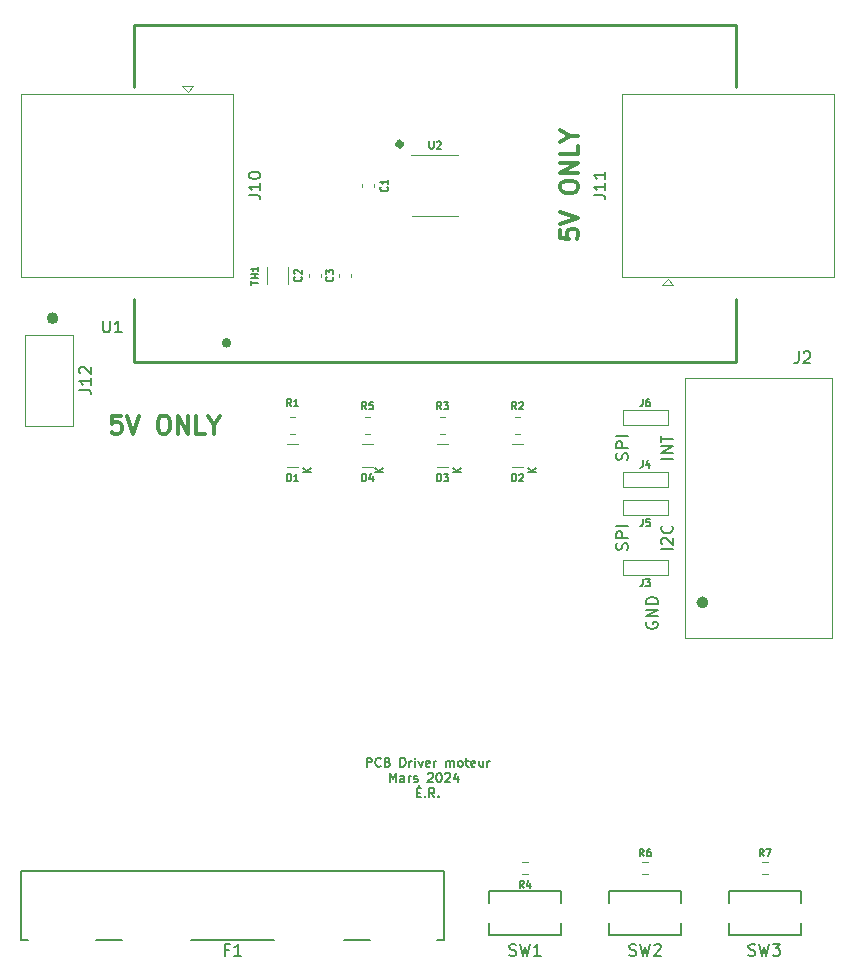
<source format=gto>
G04 #@! TF.GenerationSoftware,KiCad,Pcbnew,(5.1.9)-1*
G04 #@! TF.CreationDate,2024-04-03T19:01:00-04:00*
G04 #@! TF.ProjectId,Shield Drive Moteur DC,53686965-6c64-4204-9472-697665204d6f,rev?*
G04 #@! TF.SameCoordinates,Original*
G04 #@! TF.FileFunction,Legend,Top*
G04 #@! TF.FilePolarity,Positive*
%FSLAX46Y46*%
G04 Gerber Fmt 4.6, Leading zero omitted, Abs format (unit mm)*
G04 Created by KiCad (PCBNEW (5.1.9)-1) date 2024-04-03 19:01:00*
%MOMM*%
%LPD*%
G01*
G04 APERTURE LIST*
%ADD10C,0.304800*%
%ADD11C,0.152400*%
%ADD12C,0.150000*%
%ADD13C,0.203200*%
%ADD14C,0.228600*%
%ADD15C,0.400000*%
%ADD16C,0.250000*%
%ADD17C,0.127000*%
%ADD18C,0.120000*%
%ADD19C,0.508000*%
%ADD20C,0.500000*%
G04 APERTURE END LIST*
D10*
X161362571Y-91240428D02*
X160636857Y-91240428D01*
X160564285Y-91966142D01*
X160636857Y-91893571D01*
X160782000Y-91821000D01*
X161144857Y-91821000D01*
X161290000Y-91893571D01*
X161362571Y-91966142D01*
X161435142Y-92111285D01*
X161435142Y-92474142D01*
X161362571Y-92619285D01*
X161290000Y-92691857D01*
X161144857Y-92764428D01*
X160782000Y-92764428D01*
X160636857Y-92691857D01*
X160564285Y-92619285D01*
X161870571Y-91240428D02*
X162378571Y-92764428D01*
X162886571Y-91240428D01*
X164846000Y-91240428D02*
X165136285Y-91240428D01*
X165281428Y-91313000D01*
X165426571Y-91458142D01*
X165499142Y-91748428D01*
X165499142Y-92256428D01*
X165426571Y-92546714D01*
X165281428Y-92691857D01*
X165136285Y-92764428D01*
X164846000Y-92764428D01*
X164700857Y-92691857D01*
X164555714Y-92546714D01*
X164483142Y-92256428D01*
X164483142Y-91748428D01*
X164555714Y-91458142D01*
X164700857Y-91313000D01*
X164846000Y-91240428D01*
X166152285Y-92764428D02*
X166152285Y-91240428D01*
X167023142Y-92764428D01*
X167023142Y-91240428D01*
X168474571Y-92764428D02*
X167748857Y-92764428D01*
X167748857Y-91240428D01*
X169272857Y-92038714D02*
X169272857Y-92764428D01*
X168764857Y-91240428D02*
X169272857Y-92038714D01*
X169780857Y-91240428D01*
D11*
X182154285Y-120969314D02*
X182154285Y-120207314D01*
X182444571Y-120207314D01*
X182517142Y-120243600D01*
X182553428Y-120279885D01*
X182589714Y-120352457D01*
X182589714Y-120461314D01*
X182553428Y-120533885D01*
X182517142Y-120570171D01*
X182444571Y-120606457D01*
X182154285Y-120606457D01*
X183351714Y-120896742D02*
X183315428Y-120933028D01*
X183206571Y-120969314D01*
X183134000Y-120969314D01*
X183025142Y-120933028D01*
X182952571Y-120860457D01*
X182916285Y-120787885D01*
X182880000Y-120642742D01*
X182880000Y-120533885D01*
X182916285Y-120388742D01*
X182952571Y-120316171D01*
X183025142Y-120243600D01*
X183134000Y-120207314D01*
X183206571Y-120207314D01*
X183315428Y-120243600D01*
X183351714Y-120279885D01*
X183932285Y-120570171D02*
X184041142Y-120606457D01*
X184077428Y-120642742D01*
X184113714Y-120715314D01*
X184113714Y-120824171D01*
X184077428Y-120896742D01*
X184041142Y-120933028D01*
X183968571Y-120969314D01*
X183678285Y-120969314D01*
X183678285Y-120207314D01*
X183932285Y-120207314D01*
X184004857Y-120243600D01*
X184041142Y-120279885D01*
X184077428Y-120352457D01*
X184077428Y-120425028D01*
X184041142Y-120497600D01*
X184004857Y-120533885D01*
X183932285Y-120570171D01*
X183678285Y-120570171D01*
X185020857Y-120969314D02*
X185020857Y-120207314D01*
X185202285Y-120207314D01*
X185311142Y-120243600D01*
X185383714Y-120316171D01*
X185420000Y-120388742D01*
X185456285Y-120533885D01*
X185456285Y-120642742D01*
X185420000Y-120787885D01*
X185383714Y-120860457D01*
X185311142Y-120933028D01*
X185202285Y-120969314D01*
X185020857Y-120969314D01*
X185782857Y-120969314D02*
X185782857Y-120461314D01*
X185782857Y-120606457D02*
X185819142Y-120533885D01*
X185855428Y-120497600D01*
X185928000Y-120461314D01*
X186000571Y-120461314D01*
X186254571Y-120969314D02*
X186254571Y-120461314D01*
X186254571Y-120207314D02*
X186218285Y-120243600D01*
X186254571Y-120279885D01*
X186290857Y-120243600D01*
X186254571Y-120207314D01*
X186254571Y-120279885D01*
X186544857Y-120461314D02*
X186726285Y-120969314D01*
X186907714Y-120461314D01*
X187488285Y-120933028D02*
X187415714Y-120969314D01*
X187270571Y-120969314D01*
X187198000Y-120933028D01*
X187161714Y-120860457D01*
X187161714Y-120570171D01*
X187198000Y-120497600D01*
X187270571Y-120461314D01*
X187415714Y-120461314D01*
X187488285Y-120497600D01*
X187524571Y-120570171D01*
X187524571Y-120642742D01*
X187161714Y-120715314D01*
X187851142Y-120969314D02*
X187851142Y-120461314D01*
X187851142Y-120606457D02*
X187887428Y-120533885D01*
X187923714Y-120497600D01*
X187996285Y-120461314D01*
X188068857Y-120461314D01*
X188903428Y-120969314D02*
X188903428Y-120461314D01*
X188903428Y-120533885D02*
X188939714Y-120497600D01*
X189012285Y-120461314D01*
X189121142Y-120461314D01*
X189193714Y-120497600D01*
X189230000Y-120570171D01*
X189230000Y-120969314D01*
X189230000Y-120570171D02*
X189266285Y-120497600D01*
X189338857Y-120461314D01*
X189447714Y-120461314D01*
X189520285Y-120497600D01*
X189556571Y-120570171D01*
X189556571Y-120969314D01*
X190028285Y-120969314D02*
X189955714Y-120933028D01*
X189919428Y-120896742D01*
X189883142Y-120824171D01*
X189883142Y-120606457D01*
X189919428Y-120533885D01*
X189955714Y-120497600D01*
X190028285Y-120461314D01*
X190137142Y-120461314D01*
X190209714Y-120497600D01*
X190246000Y-120533885D01*
X190282285Y-120606457D01*
X190282285Y-120824171D01*
X190246000Y-120896742D01*
X190209714Y-120933028D01*
X190137142Y-120969314D01*
X190028285Y-120969314D01*
X190500000Y-120461314D02*
X190790285Y-120461314D01*
X190608857Y-120207314D02*
X190608857Y-120860457D01*
X190645142Y-120933028D01*
X190717714Y-120969314D01*
X190790285Y-120969314D01*
X191334571Y-120933028D02*
X191262000Y-120969314D01*
X191116857Y-120969314D01*
X191044285Y-120933028D01*
X191008000Y-120860457D01*
X191008000Y-120570171D01*
X191044285Y-120497600D01*
X191116857Y-120461314D01*
X191262000Y-120461314D01*
X191334571Y-120497600D01*
X191370857Y-120570171D01*
X191370857Y-120642742D01*
X191008000Y-120715314D01*
X192024000Y-120461314D02*
X192024000Y-120969314D01*
X191697428Y-120461314D02*
X191697428Y-120860457D01*
X191733714Y-120933028D01*
X191806285Y-120969314D01*
X191915142Y-120969314D01*
X191987714Y-120933028D01*
X192024000Y-120896742D01*
X192386857Y-120969314D02*
X192386857Y-120461314D01*
X192386857Y-120606457D02*
X192423142Y-120533885D01*
X192459428Y-120497600D01*
X192532000Y-120461314D01*
X192604571Y-120461314D01*
X184150000Y-122264714D02*
X184150000Y-121502714D01*
X184404000Y-122047000D01*
X184658000Y-121502714D01*
X184658000Y-122264714D01*
X185347428Y-122264714D02*
X185347428Y-121865571D01*
X185311142Y-121793000D01*
X185238571Y-121756714D01*
X185093428Y-121756714D01*
X185020857Y-121793000D01*
X185347428Y-122228428D02*
X185274857Y-122264714D01*
X185093428Y-122264714D01*
X185020857Y-122228428D01*
X184984571Y-122155857D01*
X184984571Y-122083285D01*
X185020857Y-122010714D01*
X185093428Y-121974428D01*
X185274857Y-121974428D01*
X185347428Y-121938142D01*
X185710285Y-122264714D02*
X185710285Y-121756714D01*
X185710285Y-121901857D02*
X185746571Y-121829285D01*
X185782857Y-121793000D01*
X185855428Y-121756714D01*
X185928000Y-121756714D01*
X186145714Y-122228428D02*
X186218285Y-122264714D01*
X186363428Y-122264714D01*
X186436000Y-122228428D01*
X186472285Y-122155857D01*
X186472285Y-122119571D01*
X186436000Y-122047000D01*
X186363428Y-122010714D01*
X186254571Y-122010714D01*
X186182000Y-121974428D01*
X186145714Y-121901857D01*
X186145714Y-121865571D01*
X186182000Y-121793000D01*
X186254571Y-121756714D01*
X186363428Y-121756714D01*
X186436000Y-121793000D01*
X187343142Y-121575285D02*
X187379428Y-121539000D01*
X187452000Y-121502714D01*
X187633428Y-121502714D01*
X187706000Y-121539000D01*
X187742285Y-121575285D01*
X187778571Y-121647857D01*
X187778571Y-121720428D01*
X187742285Y-121829285D01*
X187306857Y-122264714D01*
X187778571Y-122264714D01*
X188250285Y-121502714D02*
X188322857Y-121502714D01*
X188395428Y-121539000D01*
X188431714Y-121575285D01*
X188468000Y-121647857D01*
X188504285Y-121793000D01*
X188504285Y-121974428D01*
X188468000Y-122119571D01*
X188431714Y-122192142D01*
X188395428Y-122228428D01*
X188322857Y-122264714D01*
X188250285Y-122264714D01*
X188177714Y-122228428D01*
X188141428Y-122192142D01*
X188105142Y-122119571D01*
X188068857Y-121974428D01*
X188068857Y-121793000D01*
X188105142Y-121647857D01*
X188141428Y-121575285D01*
X188177714Y-121539000D01*
X188250285Y-121502714D01*
X188794571Y-121575285D02*
X188830857Y-121539000D01*
X188903428Y-121502714D01*
X189084857Y-121502714D01*
X189157428Y-121539000D01*
X189193714Y-121575285D01*
X189230000Y-121647857D01*
X189230000Y-121720428D01*
X189193714Y-121829285D01*
X188758285Y-122264714D01*
X189230000Y-122264714D01*
X189883142Y-121756714D02*
X189883142Y-122264714D01*
X189701714Y-121466428D02*
X189520285Y-122010714D01*
X189992000Y-122010714D01*
X186417857Y-123160971D02*
X186671857Y-123160971D01*
X186780714Y-123560114D02*
X186417857Y-123560114D01*
X186417857Y-122798114D01*
X186780714Y-122798114D01*
X186671857Y-122507828D02*
X186563000Y-122616685D01*
X187107285Y-123487542D02*
X187143571Y-123523828D01*
X187107285Y-123560114D01*
X187071000Y-123523828D01*
X187107285Y-123487542D01*
X187107285Y-123560114D01*
X187905571Y-123560114D02*
X187651571Y-123197257D01*
X187470142Y-123560114D02*
X187470142Y-122798114D01*
X187760428Y-122798114D01*
X187833000Y-122834400D01*
X187869285Y-122870685D01*
X187905571Y-122943257D01*
X187905571Y-123052114D01*
X187869285Y-123124685D01*
X187833000Y-123160971D01*
X187760428Y-123197257D01*
X187470142Y-123197257D01*
X188232142Y-123487542D02*
X188268428Y-123523828D01*
X188232142Y-123560114D01*
X188195857Y-123523828D01*
X188232142Y-123487542D01*
X188232142Y-123560114D01*
D10*
X198555428Y-75492428D02*
X198555428Y-76218142D01*
X199281142Y-76290714D01*
X199208571Y-76218142D01*
X199136000Y-76073000D01*
X199136000Y-75710142D01*
X199208571Y-75565000D01*
X199281142Y-75492428D01*
X199426285Y-75419857D01*
X199789142Y-75419857D01*
X199934285Y-75492428D01*
X200006857Y-75565000D01*
X200079428Y-75710142D01*
X200079428Y-76073000D01*
X200006857Y-76218142D01*
X199934285Y-76290714D01*
X198555428Y-74984428D02*
X200079428Y-74476428D01*
X198555428Y-73968428D01*
X198555428Y-72009000D02*
X198555428Y-71718714D01*
X198628000Y-71573571D01*
X198773142Y-71428428D01*
X199063428Y-71355857D01*
X199571428Y-71355857D01*
X199861714Y-71428428D01*
X200006857Y-71573571D01*
X200079428Y-71718714D01*
X200079428Y-72009000D01*
X200006857Y-72154142D01*
X199861714Y-72299285D01*
X199571428Y-72371857D01*
X199063428Y-72371857D01*
X198773142Y-72299285D01*
X198628000Y-72154142D01*
X198555428Y-72009000D01*
X200079428Y-70702714D02*
X198555428Y-70702714D01*
X200079428Y-69831857D01*
X198555428Y-69831857D01*
X200079428Y-68380428D02*
X200079428Y-69106142D01*
X198555428Y-69106142D01*
X199353714Y-67582142D02*
X200079428Y-67582142D01*
X198555428Y-68090142D02*
X199353714Y-67582142D01*
X198555428Y-67074142D01*
D12*
X208097380Y-102576190D02*
X207097380Y-102576190D01*
X207192619Y-102147619D02*
X207145000Y-102100000D01*
X207097380Y-102004761D01*
X207097380Y-101766666D01*
X207145000Y-101671428D01*
X207192619Y-101623809D01*
X207287857Y-101576190D01*
X207383095Y-101576190D01*
X207525952Y-101623809D01*
X208097380Y-102195238D01*
X208097380Y-101576190D01*
X208002142Y-100576190D02*
X208049761Y-100623809D01*
X208097380Y-100766666D01*
X208097380Y-100861904D01*
X208049761Y-101004761D01*
X207954523Y-101100000D01*
X207859285Y-101147619D01*
X207668809Y-101195238D01*
X207525952Y-101195238D01*
X207335476Y-101147619D01*
X207240238Y-101100000D01*
X207145000Y-101004761D01*
X207097380Y-100861904D01*
X207097380Y-100766666D01*
X207145000Y-100623809D01*
X207192619Y-100576190D01*
X208097380Y-94884761D02*
X207097380Y-94884761D01*
X208097380Y-94408571D02*
X207097380Y-94408571D01*
X208097380Y-93837142D01*
X207097380Y-93837142D01*
X207097380Y-93503809D02*
X207097380Y-92932380D01*
X208097380Y-93218095D02*
X207097380Y-93218095D01*
D13*
X205867000Y-108724095D02*
X205818619Y-108820857D01*
X205818619Y-108966000D01*
X205867000Y-109111142D01*
X205963761Y-109207904D01*
X206060523Y-109256285D01*
X206254047Y-109304666D01*
X206399190Y-109304666D01*
X206592714Y-109256285D01*
X206689476Y-109207904D01*
X206786238Y-109111142D01*
X206834619Y-108966000D01*
X206834619Y-108869238D01*
X206786238Y-108724095D01*
X206737857Y-108675714D01*
X206399190Y-108675714D01*
X206399190Y-108869238D01*
X206834619Y-108240285D02*
X205818619Y-108240285D01*
X206834619Y-107659714D01*
X205818619Y-107659714D01*
X206834619Y-107175904D02*
X205818619Y-107175904D01*
X205818619Y-106934000D01*
X205867000Y-106788857D01*
X205963761Y-106692095D01*
X206060523Y-106643714D01*
X206254047Y-106595333D01*
X206399190Y-106595333D01*
X206592714Y-106643714D01*
X206689476Y-106692095D01*
X206786238Y-106788857D01*
X206834619Y-106934000D01*
X206834619Y-107175904D01*
D12*
X204239761Y-95003809D02*
X204287380Y-94860952D01*
X204287380Y-94622857D01*
X204239761Y-94527619D01*
X204192142Y-94480000D01*
X204096904Y-94432380D01*
X204001666Y-94432380D01*
X203906428Y-94480000D01*
X203858809Y-94527619D01*
X203811190Y-94622857D01*
X203763571Y-94813333D01*
X203715952Y-94908571D01*
X203668333Y-94956190D01*
X203573095Y-95003809D01*
X203477857Y-95003809D01*
X203382619Y-94956190D01*
X203335000Y-94908571D01*
X203287380Y-94813333D01*
X203287380Y-94575238D01*
X203335000Y-94432380D01*
X204287380Y-94003809D02*
X203287380Y-94003809D01*
X203287380Y-93622857D01*
X203335000Y-93527619D01*
X203382619Y-93480000D01*
X203477857Y-93432380D01*
X203620714Y-93432380D01*
X203715952Y-93480000D01*
X203763571Y-93527619D01*
X203811190Y-93622857D01*
X203811190Y-94003809D01*
X204287380Y-93003809D02*
X203287380Y-93003809D01*
X204239761Y-102623809D02*
X204287380Y-102480952D01*
X204287380Y-102242857D01*
X204239761Y-102147619D01*
X204192142Y-102100000D01*
X204096904Y-102052380D01*
X204001666Y-102052380D01*
X203906428Y-102100000D01*
X203858809Y-102147619D01*
X203811190Y-102242857D01*
X203763571Y-102433333D01*
X203715952Y-102528571D01*
X203668333Y-102576190D01*
X203573095Y-102623809D01*
X203477857Y-102623809D01*
X203382619Y-102576190D01*
X203335000Y-102528571D01*
X203287380Y-102433333D01*
X203287380Y-102195238D01*
X203335000Y-102052380D01*
X204287380Y-101623809D02*
X203287380Y-101623809D01*
X203287380Y-101242857D01*
X203335000Y-101147619D01*
X203382619Y-101100000D01*
X203477857Y-101052380D01*
X203620714Y-101052380D01*
X203715952Y-101100000D01*
X203763571Y-101147619D01*
X203811190Y-101242857D01*
X203811190Y-101623809D01*
X204287380Y-100623809D02*
X203287380Y-100623809D01*
D14*
X213435000Y-81390000D02*
X213435000Y-86670000D01*
X213435000Y-58160000D02*
X213435000Y-63440000D01*
X162485000Y-58160000D02*
X162485000Y-63440000D01*
X162485000Y-81390000D02*
X162485000Y-86670000D01*
D15*
X170507000Y-85090000D02*
G75*
G03*
X170507000Y-85090000I-200000J0D01*
G01*
D16*
X213435000Y-86670000D02*
X162485000Y-86670000D01*
X162485000Y-58160000D02*
X213435000Y-58160000D01*
D17*
X212850000Y-131500000D02*
X212850000Y-132500000D01*
X218950000Y-131500000D02*
X212850000Y-131500000D01*
X218950000Y-132500000D02*
X218950000Y-131500000D01*
X212850000Y-135200000D02*
X212850000Y-134200000D01*
X218950000Y-135200000D02*
X212850000Y-135200000D01*
X218950000Y-134200000D02*
X218950000Y-135200000D01*
X202690000Y-131500000D02*
X202690000Y-132500000D01*
X208790000Y-131500000D02*
X202690000Y-131500000D01*
X208790000Y-132500000D02*
X208790000Y-131500000D01*
X202690000Y-135200000D02*
X202690000Y-134200000D01*
X208790000Y-135200000D02*
X202690000Y-135200000D01*
X208790000Y-134200000D02*
X208790000Y-135200000D01*
X192530000Y-131500000D02*
X192530000Y-132500000D01*
X198630000Y-131500000D02*
X192530000Y-131500000D01*
X198630000Y-132500000D02*
X198630000Y-131500000D01*
X192530000Y-135200000D02*
X192530000Y-134200000D01*
X198630000Y-135200000D02*
X192530000Y-135200000D01*
X198630000Y-134200000D02*
X198630000Y-135200000D01*
D18*
X203835000Y-92075000D02*
X203835000Y-90805000D01*
X207645000Y-92075000D02*
X203835000Y-92075000D01*
X207645000Y-90805000D02*
X207645000Y-92075000D01*
X203835000Y-90805000D02*
X207645000Y-90805000D01*
X203835000Y-97282000D02*
X203835000Y-96012000D01*
X207645000Y-97282000D02*
X203835000Y-97282000D01*
X207645000Y-96012000D02*
X207645000Y-97282000D01*
X203835000Y-96012000D02*
X207645000Y-96012000D01*
X203835000Y-99695000D02*
X203835000Y-98425000D01*
X207645000Y-99695000D02*
X203835000Y-99695000D01*
X207645000Y-98425000D02*
X207645000Y-99695000D01*
X203835000Y-98425000D02*
X207645000Y-98425000D01*
X203835000Y-104775000D02*
X203835000Y-103505000D01*
X207645000Y-104775000D02*
X203835000Y-104775000D01*
X207645000Y-103505000D02*
X207645000Y-104775000D01*
X203835000Y-103505000D02*
X207645000Y-103505000D01*
D19*
X155829000Y-82995000D02*
G75*
G03*
X155829000Y-82995000I-254000J0D01*
G01*
D18*
X157285000Y-92105000D02*
X157285000Y-84385000D01*
X153265000Y-92105000D02*
X157285000Y-92105000D01*
X153265000Y-84385000D02*
X153265000Y-92105000D01*
X157285000Y-84385000D02*
X153265000Y-84385000D01*
D19*
X210844000Y-107060000D02*
G75*
G03*
X210844000Y-107060000I-254000J0D01*
G01*
D18*
X209090000Y-110060000D02*
X209090000Y-88060000D01*
X221590000Y-110060000D02*
X209090000Y-110060000D01*
X221590000Y-88060000D02*
X221590000Y-110060000D01*
X209090000Y-88060000D02*
X221590000Y-88060000D01*
X216154724Y-129017500D02*
X215645276Y-129017500D01*
X216154724Y-130062500D02*
X215645276Y-130062500D01*
X182745000Y-93655000D02*
X181745000Y-93655000D01*
X181745000Y-95575000D02*
X182745000Y-95575000D01*
X189095000Y-93655000D02*
X188095000Y-93655000D01*
X188095000Y-95575000D02*
X189095000Y-95575000D01*
X195445000Y-93655000D02*
X194445000Y-93655000D01*
X194445000Y-95575000D02*
X195445000Y-95575000D01*
X176395000Y-93655000D02*
X175395000Y-93655000D01*
X175395000Y-95575000D02*
X176395000Y-95575000D01*
X187960000Y-74315000D02*
X189910000Y-74315000D01*
X187960000Y-74315000D02*
X186010000Y-74315000D01*
X185960000Y-69195000D02*
X189910000Y-69195000D01*
D20*
X185110000Y-68255000D02*
G75*
G03*
X185110000Y-68255000I-150000J0D01*
G01*
D17*
X188100000Y-135600000D02*
X188720000Y-135600000D01*
X188720000Y-135600000D02*
X188720000Y-129760000D01*
X188720000Y-129760000D02*
X152910000Y-129760000D01*
X152910000Y-129760000D02*
X152910000Y-135600000D01*
X152910000Y-135600000D02*
X153500000Y-135600000D01*
X174315000Y-135600000D02*
X167315000Y-135600000D01*
X182415000Y-135600000D02*
X180215000Y-135600000D01*
X161415000Y-135600000D02*
X159215000Y-135600000D01*
D18*
X208145000Y-80200000D02*
X207645000Y-79700000D01*
X207145000Y-80200000D02*
X208145000Y-80200000D01*
X207645000Y-79700000D02*
X207145000Y-80200000D01*
X221725000Y-79515000D02*
X221725000Y-63995000D01*
X203765000Y-63995000D02*
X221725000Y-63995000D01*
X203765000Y-63995000D02*
X203765000Y-79515000D01*
X203765000Y-79515000D02*
X221725000Y-79515000D01*
X173715000Y-78647936D02*
X173715000Y-80102064D01*
X175535000Y-78647936D02*
X175535000Y-80102064D01*
X205994724Y-129017500D02*
X205485276Y-129017500D01*
X205994724Y-130062500D02*
X205485276Y-130062500D01*
X182017936Y-92810000D02*
X182472064Y-92810000D01*
X182017936Y-91340000D02*
X182472064Y-91340000D01*
X195834724Y-129017500D02*
X195325276Y-129017500D01*
X195834724Y-130062500D02*
X195325276Y-130062500D01*
X188367936Y-92810000D02*
X188822064Y-92810000D01*
X188367936Y-91340000D02*
X188822064Y-91340000D01*
X194717936Y-92810000D02*
X195172064Y-92810000D01*
X194717936Y-91340000D02*
X195172064Y-91340000D01*
X175667936Y-92810000D02*
X176122064Y-92810000D01*
X175667936Y-91340000D02*
X176122064Y-91340000D01*
X170885000Y-63995000D02*
X152925000Y-63995000D01*
X170885000Y-79515000D02*
X170885000Y-63995000D01*
X170885000Y-79515000D02*
X152925000Y-79515000D01*
X152925000Y-63995000D02*
X152925000Y-79515000D01*
X167005000Y-63810000D02*
X167505000Y-63310000D01*
X167505000Y-63310000D02*
X166505000Y-63310000D01*
X166505000Y-63310000D02*
X167005000Y-63810000D01*
X181735000Y-71608733D02*
X181735000Y-71901267D01*
X182755000Y-71608733D02*
X182755000Y-71901267D01*
X180850000Y-79521267D02*
X180850000Y-79228733D01*
X179830000Y-79521267D02*
X179830000Y-79228733D01*
X178310000Y-79521267D02*
X178310000Y-79228733D01*
X177290000Y-79521267D02*
X177290000Y-79228733D01*
D12*
X159838095Y-83197380D02*
X159838095Y-84006904D01*
X159885714Y-84102142D01*
X159933333Y-84149761D01*
X160028571Y-84197380D01*
X160219047Y-84197380D01*
X160314285Y-84149761D01*
X160361904Y-84102142D01*
X160409523Y-84006904D01*
X160409523Y-83197380D01*
X161409523Y-84197380D02*
X160838095Y-84197380D01*
X161123809Y-84197380D02*
X161123809Y-83197380D01*
X161028571Y-83340238D01*
X160933333Y-83435476D01*
X160838095Y-83483095D01*
X214491666Y-136929761D02*
X214634523Y-136977380D01*
X214872619Y-136977380D01*
X214967857Y-136929761D01*
X215015476Y-136882142D01*
X215063095Y-136786904D01*
X215063095Y-136691666D01*
X215015476Y-136596428D01*
X214967857Y-136548809D01*
X214872619Y-136501190D01*
X214682142Y-136453571D01*
X214586904Y-136405952D01*
X214539285Y-136358333D01*
X214491666Y-136263095D01*
X214491666Y-136167857D01*
X214539285Y-136072619D01*
X214586904Y-136025000D01*
X214682142Y-135977380D01*
X214920238Y-135977380D01*
X215063095Y-136025000D01*
X215396428Y-135977380D02*
X215634523Y-136977380D01*
X215825000Y-136263095D01*
X216015476Y-136977380D01*
X216253571Y-135977380D01*
X216539285Y-135977380D02*
X217158333Y-135977380D01*
X216825000Y-136358333D01*
X216967857Y-136358333D01*
X217063095Y-136405952D01*
X217110714Y-136453571D01*
X217158333Y-136548809D01*
X217158333Y-136786904D01*
X217110714Y-136882142D01*
X217063095Y-136929761D01*
X216967857Y-136977380D01*
X216682142Y-136977380D01*
X216586904Y-136929761D01*
X216539285Y-136882142D01*
X204406666Y-136929761D02*
X204549523Y-136977380D01*
X204787619Y-136977380D01*
X204882857Y-136929761D01*
X204930476Y-136882142D01*
X204978095Y-136786904D01*
X204978095Y-136691666D01*
X204930476Y-136596428D01*
X204882857Y-136548809D01*
X204787619Y-136501190D01*
X204597142Y-136453571D01*
X204501904Y-136405952D01*
X204454285Y-136358333D01*
X204406666Y-136263095D01*
X204406666Y-136167857D01*
X204454285Y-136072619D01*
X204501904Y-136025000D01*
X204597142Y-135977380D01*
X204835238Y-135977380D01*
X204978095Y-136025000D01*
X205311428Y-135977380D02*
X205549523Y-136977380D01*
X205740000Y-136263095D01*
X205930476Y-136977380D01*
X206168571Y-135977380D01*
X206501904Y-136072619D02*
X206549523Y-136025000D01*
X206644761Y-135977380D01*
X206882857Y-135977380D01*
X206978095Y-136025000D01*
X207025714Y-136072619D01*
X207073333Y-136167857D01*
X207073333Y-136263095D01*
X207025714Y-136405952D01*
X206454285Y-136977380D01*
X207073333Y-136977380D01*
X194246666Y-136929761D02*
X194389523Y-136977380D01*
X194627619Y-136977380D01*
X194722857Y-136929761D01*
X194770476Y-136882142D01*
X194818095Y-136786904D01*
X194818095Y-136691666D01*
X194770476Y-136596428D01*
X194722857Y-136548809D01*
X194627619Y-136501190D01*
X194437142Y-136453571D01*
X194341904Y-136405952D01*
X194294285Y-136358333D01*
X194246666Y-136263095D01*
X194246666Y-136167857D01*
X194294285Y-136072619D01*
X194341904Y-136025000D01*
X194437142Y-135977380D01*
X194675238Y-135977380D01*
X194818095Y-136025000D01*
X195151428Y-135977380D02*
X195389523Y-136977380D01*
X195580000Y-136263095D01*
X195770476Y-136977380D01*
X196008571Y-135977380D01*
X196913333Y-136977380D02*
X196341904Y-136977380D01*
X196627619Y-136977380D02*
X196627619Y-135977380D01*
X196532380Y-136120238D01*
X196437142Y-136215476D01*
X196341904Y-136263095D01*
X205528333Y-89822261D02*
X205528333Y-90275833D01*
X205498095Y-90366547D01*
X205437619Y-90427023D01*
X205346904Y-90457261D01*
X205286428Y-90457261D01*
X206102857Y-89822261D02*
X205981904Y-89822261D01*
X205921428Y-89852500D01*
X205891190Y-89882738D01*
X205830714Y-89973452D01*
X205800476Y-90094404D01*
X205800476Y-90336309D01*
X205830714Y-90396785D01*
X205860952Y-90427023D01*
X205921428Y-90457261D01*
X206042380Y-90457261D01*
X206102857Y-90427023D01*
X206133095Y-90396785D01*
X206163333Y-90336309D01*
X206163333Y-90185119D01*
X206133095Y-90124642D01*
X206102857Y-90094404D01*
X206042380Y-90064166D01*
X205921428Y-90064166D01*
X205860952Y-90094404D01*
X205830714Y-90124642D01*
X205800476Y-90185119D01*
X205528333Y-95029261D02*
X205528333Y-95482833D01*
X205498095Y-95573547D01*
X205437619Y-95634023D01*
X205346904Y-95664261D01*
X205286428Y-95664261D01*
X206102857Y-95240928D02*
X206102857Y-95664261D01*
X205951666Y-94999023D02*
X205800476Y-95452595D01*
X206193571Y-95452595D01*
X205528333Y-99982261D02*
X205528333Y-100435833D01*
X205498095Y-100526547D01*
X205437619Y-100587023D01*
X205346904Y-100617261D01*
X205286428Y-100617261D01*
X206133095Y-99982261D02*
X205830714Y-99982261D01*
X205800476Y-100284642D01*
X205830714Y-100254404D01*
X205891190Y-100224166D01*
X206042380Y-100224166D01*
X206102857Y-100254404D01*
X206133095Y-100284642D01*
X206163333Y-100345119D01*
X206163333Y-100496309D01*
X206133095Y-100556785D01*
X206102857Y-100587023D01*
X206042380Y-100617261D01*
X205891190Y-100617261D01*
X205830714Y-100587023D01*
X205800476Y-100556785D01*
X205528333Y-105062261D02*
X205528333Y-105515833D01*
X205498095Y-105606547D01*
X205437619Y-105667023D01*
X205346904Y-105697261D01*
X205286428Y-105697261D01*
X205770238Y-105062261D02*
X206163333Y-105062261D01*
X205951666Y-105304166D01*
X206042380Y-105304166D01*
X206102857Y-105334404D01*
X206133095Y-105364642D01*
X206163333Y-105425119D01*
X206163333Y-105576309D01*
X206133095Y-105636785D01*
X206102857Y-105667023D01*
X206042380Y-105697261D01*
X205860952Y-105697261D01*
X205800476Y-105667023D01*
X205770238Y-105636785D01*
X157827380Y-89054523D02*
X158541666Y-89054523D01*
X158684523Y-89102142D01*
X158779761Y-89197380D01*
X158827380Y-89340238D01*
X158827380Y-89435476D01*
X158827380Y-88054523D02*
X158827380Y-88625952D01*
X158827380Y-88340238D02*
X157827380Y-88340238D01*
X157970238Y-88435476D01*
X158065476Y-88530714D01*
X158113095Y-88625952D01*
X157922619Y-87673571D02*
X157875000Y-87625952D01*
X157827380Y-87530714D01*
X157827380Y-87292619D01*
X157875000Y-87197380D01*
X157922619Y-87149761D01*
X158017857Y-87102142D01*
X158113095Y-87102142D01*
X158255952Y-87149761D01*
X158827380Y-87721190D01*
X158827380Y-87102142D01*
X218741666Y-85812380D02*
X218741666Y-86526666D01*
X218694047Y-86669523D01*
X218598809Y-86764761D01*
X218455952Y-86812380D01*
X218360714Y-86812380D01*
X219170238Y-85907619D02*
X219217857Y-85860000D01*
X219313095Y-85812380D01*
X219551190Y-85812380D01*
X219646428Y-85860000D01*
X219694047Y-85907619D01*
X219741666Y-86002857D01*
X219741666Y-86098095D01*
X219694047Y-86240952D01*
X219122619Y-86812380D01*
X219741666Y-86812380D01*
X215794166Y-128557261D02*
X215582500Y-128254880D01*
X215431309Y-128557261D02*
X215431309Y-127922261D01*
X215673214Y-127922261D01*
X215733690Y-127952500D01*
X215763928Y-127982738D01*
X215794166Y-128043214D01*
X215794166Y-128133928D01*
X215763928Y-128194404D01*
X215733690Y-128224642D01*
X215673214Y-128254880D01*
X215431309Y-128254880D01*
X216005833Y-127922261D02*
X216429166Y-127922261D01*
X216157023Y-128557261D01*
X181776309Y-96807261D02*
X181776309Y-96172261D01*
X181927500Y-96172261D01*
X182018214Y-96202500D01*
X182078690Y-96262976D01*
X182108928Y-96323452D01*
X182139166Y-96444404D01*
X182139166Y-96535119D01*
X182108928Y-96656071D01*
X182078690Y-96716547D01*
X182018214Y-96777023D01*
X181927500Y-96807261D01*
X181776309Y-96807261D01*
X182683452Y-96383928D02*
X182683452Y-96807261D01*
X182532261Y-96142023D02*
X182381071Y-96595595D01*
X182774166Y-96595595D01*
X183548261Y-96051309D02*
X182913261Y-96051309D01*
X183548261Y-95688452D02*
X183185404Y-95960595D01*
X182913261Y-95688452D02*
X183276119Y-96051309D01*
X188126309Y-96807261D02*
X188126309Y-96172261D01*
X188277500Y-96172261D01*
X188368214Y-96202500D01*
X188428690Y-96262976D01*
X188458928Y-96323452D01*
X188489166Y-96444404D01*
X188489166Y-96535119D01*
X188458928Y-96656071D01*
X188428690Y-96716547D01*
X188368214Y-96777023D01*
X188277500Y-96807261D01*
X188126309Y-96807261D01*
X188700833Y-96172261D02*
X189093928Y-96172261D01*
X188882261Y-96414166D01*
X188972976Y-96414166D01*
X189033452Y-96444404D01*
X189063690Y-96474642D01*
X189093928Y-96535119D01*
X189093928Y-96686309D01*
X189063690Y-96746785D01*
X189033452Y-96777023D01*
X188972976Y-96807261D01*
X188791547Y-96807261D01*
X188731071Y-96777023D01*
X188700833Y-96746785D01*
X190152261Y-96051309D02*
X189517261Y-96051309D01*
X190152261Y-95688452D02*
X189789404Y-95960595D01*
X189517261Y-95688452D02*
X189880119Y-96051309D01*
X194476309Y-96807261D02*
X194476309Y-96172261D01*
X194627500Y-96172261D01*
X194718214Y-96202500D01*
X194778690Y-96262976D01*
X194808928Y-96323452D01*
X194839166Y-96444404D01*
X194839166Y-96535119D01*
X194808928Y-96656071D01*
X194778690Y-96716547D01*
X194718214Y-96777023D01*
X194627500Y-96807261D01*
X194476309Y-96807261D01*
X195081071Y-96232738D02*
X195111309Y-96202500D01*
X195171785Y-96172261D01*
X195322976Y-96172261D01*
X195383452Y-96202500D01*
X195413690Y-96232738D01*
X195443928Y-96293214D01*
X195443928Y-96353690D01*
X195413690Y-96444404D01*
X195050833Y-96807261D01*
X195443928Y-96807261D01*
X196502261Y-96051309D02*
X195867261Y-96051309D01*
X196502261Y-95688452D02*
X196139404Y-95960595D01*
X195867261Y-95688452D02*
X196230119Y-96051309D01*
X175426309Y-96807261D02*
X175426309Y-96172261D01*
X175577500Y-96172261D01*
X175668214Y-96202500D01*
X175728690Y-96262976D01*
X175758928Y-96323452D01*
X175789166Y-96444404D01*
X175789166Y-96535119D01*
X175758928Y-96656071D01*
X175728690Y-96716547D01*
X175668214Y-96777023D01*
X175577500Y-96807261D01*
X175426309Y-96807261D01*
X176393928Y-96807261D02*
X176031071Y-96807261D01*
X176212500Y-96807261D02*
X176212500Y-96172261D01*
X176152023Y-96262976D01*
X176091547Y-96323452D01*
X176031071Y-96353690D01*
X177452261Y-96051309D02*
X176817261Y-96051309D01*
X177452261Y-95688452D02*
X177089404Y-95960595D01*
X176817261Y-95688452D02*
X177180119Y-96051309D01*
X187476190Y-68007261D02*
X187476190Y-68521309D01*
X187506428Y-68581785D01*
X187536666Y-68612023D01*
X187597142Y-68642261D01*
X187718095Y-68642261D01*
X187778571Y-68612023D01*
X187808809Y-68581785D01*
X187839047Y-68521309D01*
X187839047Y-68007261D01*
X188111190Y-68067738D02*
X188141428Y-68037500D01*
X188201904Y-68007261D01*
X188353095Y-68007261D01*
X188413571Y-68037500D01*
X188443809Y-68067738D01*
X188474047Y-68128214D01*
X188474047Y-68188690D01*
X188443809Y-68279404D01*
X188080952Y-68642261D01*
X188474047Y-68642261D01*
X170481666Y-136453571D02*
X170148333Y-136453571D01*
X170148333Y-136977380D02*
X170148333Y-135977380D01*
X170624523Y-135977380D01*
X171529285Y-136977380D02*
X170957857Y-136977380D01*
X171243571Y-136977380D02*
X171243571Y-135977380D01*
X171148333Y-136120238D01*
X171053095Y-136215476D01*
X170957857Y-136263095D01*
X201382380Y-72564523D02*
X202096666Y-72564523D01*
X202239523Y-72612142D01*
X202334761Y-72707380D01*
X202382380Y-72850238D01*
X202382380Y-72945476D01*
X202382380Y-71564523D02*
X202382380Y-72135952D01*
X202382380Y-71850238D02*
X201382380Y-71850238D01*
X201525238Y-71945476D01*
X201620476Y-72040714D01*
X201668095Y-72135952D01*
X202382380Y-70612142D02*
X202382380Y-71183571D01*
X202382380Y-70897857D02*
X201382380Y-70897857D01*
X201525238Y-70993095D01*
X201620476Y-71088333D01*
X201668095Y-71183571D01*
X172372261Y-80191428D02*
X172372261Y-79828571D01*
X173007261Y-80010000D02*
X172372261Y-80010000D01*
X173007261Y-79616904D02*
X172372261Y-79616904D01*
X172674642Y-79616904D02*
X172674642Y-79254047D01*
X173007261Y-79254047D02*
X172372261Y-79254047D01*
X173007261Y-78619047D02*
X173007261Y-78981904D01*
X173007261Y-78800476D02*
X172372261Y-78800476D01*
X172462976Y-78860952D01*
X172523452Y-78921428D01*
X172553690Y-78981904D01*
X205634166Y-128557261D02*
X205422500Y-128254880D01*
X205271309Y-128557261D02*
X205271309Y-127922261D01*
X205513214Y-127922261D01*
X205573690Y-127952500D01*
X205603928Y-127982738D01*
X205634166Y-128043214D01*
X205634166Y-128133928D01*
X205603928Y-128194404D01*
X205573690Y-128224642D01*
X205513214Y-128254880D01*
X205271309Y-128254880D01*
X206178452Y-127922261D02*
X206057500Y-127922261D01*
X205997023Y-127952500D01*
X205966785Y-127982738D01*
X205906309Y-128073452D01*
X205876071Y-128194404D01*
X205876071Y-128436309D01*
X205906309Y-128496785D01*
X205936547Y-128527023D01*
X205997023Y-128557261D01*
X206117976Y-128557261D01*
X206178452Y-128527023D01*
X206208690Y-128496785D01*
X206238928Y-128436309D01*
X206238928Y-128285119D01*
X206208690Y-128224642D01*
X206178452Y-128194404D01*
X206117976Y-128164166D01*
X205997023Y-128164166D01*
X205936547Y-128194404D01*
X205906309Y-128224642D01*
X205876071Y-128285119D01*
X182139166Y-90712261D02*
X181927500Y-90409880D01*
X181776309Y-90712261D02*
X181776309Y-90077261D01*
X182018214Y-90077261D01*
X182078690Y-90107500D01*
X182108928Y-90137738D01*
X182139166Y-90198214D01*
X182139166Y-90288928D01*
X182108928Y-90349404D01*
X182078690Y-90379642D01*
X182018214Y-90409880D01*
X181776309Y-90409880D01*
X182713690Y-90077261D02*
X182411309Y-90077261D01*
X182381071Y-90379642D01*
X182411309Y-90349404D01*
X182471785Y-90319166D01*
X182622976Y-90319166D01*
X182683452Y-90349404D01*
X182713690Y-90379642D01*
X182743928Y-90440119D01*
X182743928Y-90591309D01*
X182713690Y-90651785D01*
X182683452Y-90682023D01*
X182622976Y-90712261D01*
X182471785Y-90712261D01*
X182411309Y-90682023D01*
X182381071Y-90651785D01*
X195474166Y-131257261D02*
X195262500Y-130954880D01*
X195111309Y-131257261D02*
X195111309Y-130622261D01*
X195353214Y-130622261D01*
X195413690Y-130652500D01*
X195443928Y-130682738D01*
X195474166Y-130743214D01*
X195474166Y-130833928D01*
X195443928Y-130894404D01*
X195413690Y-130924642D01*
X195353214Y-130954880D01*
X195111309Y-130954880D01*
X196018452Y-130833928D02*
X196018452Y-131257261D01*
X195867261Y-130592023D02*
X195716071Y-131045595D01*
X196109166Y-131045595D01*
X188489166Y-90712261D02*
X188277500Y-90409880D01*
X188126309Y-90712261D02*
X188126309Y-90077261D01*
X188368214Y-90077261D01*
X188428690Y-90107500D01*
X188458928Y-90137738D01*
X188489166Y-90198214D01*
X188489166Y-90288928D01*
X188458928Y-90349404D01*
X188428690Y-90379642D01*
X188368214Y-90409880D01*
X188126309Y-90409880D01*
X188700833Y-90077261D02*
X189093928Y-90077261D01*
X188882261Y-90319166D01*
X188972976Y-90319166D01*
X189033452Y-90349404D01*
X189063690Y-90379642D01*
X189093928Y-90440119D01*
X189093928Y-90591309D01*
X189063690Y-90651785D01*
X189033452Y-90682023D01*
X188972976Y-90712261D01*
X188791547Y-90712261D01*
X188731071Y-90682023D01*
X188700833Y-90651785D01*
X194839166Y-90712261D02*
X194627500Y-90409880D01*
X194476309Y-90712261D02*
X194476309Y-90077261D01*
X194718214Y-90077261D01*
X194778690Y-90107500D01*
X194808928Y-90137738D01*
X194839166Y-90198214D01*
X194839166Y-90288928D01*
X194808928Y-90349404D01*
X194778690Y-90379642D01*
X194718214Y-90409880D01*
X194476309Y-90409880D01*
X195081071Y-90137738D02*
X195111309Y-90107500D01*
X195171785Y-90077261D01*
X195322976Y-90077261D01*
X195383452Y-90107500D01*
X195413690Y-90137738D01*
X195443928Y-90198214D01*
X195443928Y-90258690D01*
X195413690Y-90349404D01*
X195050833Y-90712261D01*
X195443928Y-90712261D01*
X175789166Y-90457261D02*
X175577500Y-90154880D01*
X175426309Y-90457261D02*
X175426309Y-89822261D01*
X175668214Y-89822261D01*
X175728690Y-89852500D01*
X175758928Y-89882738D01*
X175789166Y-89943214D01*
X175789166Y-90033928D01*
X175758928Y-90094404D01*
X175728690Y-90124642D01*
X175668214Y-90154880D01*
X175426309Y-90154880D01*
X176393928Y-90457261D02*
X176031071Y-90457261D01*
X176212500Y-90457261D02*
X176212500Y-89822261D01*
X176152023Y-89912976D01*
X176091547Y-89973452D01*
X176031071Y-90003690D01*
X172172380Y-72564523D02*
X172886666Y-72564523D01*
X173029523Y-72612142D01*
X173124761Y-72707380D01*
X173172380Y-72850238D01*
X173172380Y-72945476D01*
X173172380Y-71564523D02*
X173172380Y-72135952D01*
X173172380Y-71850238D02*
X172172380Y-71850238D01*
X172315238Y-71945476D01*
X172410476Y-72040714D01*
X172458095Y-72135952D01*
X172172380Y-70945476D02*
X172172380Y-70850238D01*
X172220000Y-70755000D01*
X172267619Y-70707380D01*
X172362857Y-70659761D01*
X172553333Y-70612142D01*
X172791428Y-70612142D01*
X172981904Y-70659761D01*
X173077142Y-70707380D01*
X173124761Y-70755000D01*
X173172380Y-70850238D01*
X173172380Y-70945476D01*
X173124761Y-71040714D01*
X173077142Y-71088333D01*
X172981904Y-71135952D01*
X172791428Y-71183571D01*
X172553333Y-71183571D01*
X172362857Y-71135952D01*
X172267619Y-71088333D01*
X172220000Y-71040714D01*
X172172380Y-70945476D01*
X183901785Y-71860833D02*
X183932023Y-71891071D01*
X183962261Y-71981785D01*
X183962261Y-72042261D01*
X183932023Y-72132976D01*
X183871547Y-72193452D01*
X183811071Y-72223690D01*
X183690119Y-72253928D01*
X183599404Y-72253928D01*
X183478452Y-72223690D01*
X183417976Y-72193452D01*
X183357500Y-72132976D01*
X183327261Y-72042261D01*
X183327261Y-71981785D01*
X183357500Y-71891071D01*
X183387738Y-71860833D01*
X183962261Y-71256071D02*
X183962261Y-71618928D01*
X183962261Y-71437500D02*
X183327261Y-71437500D01*
X183417976Y-71497976D01*
X183478452Y-71558452D01*
X183508690Y-71618928D01*
X179296785Y-79480833D02*
X179327023Y-79511071D01*
X179357261Y-79601785D01*
X179357261Y-79662261D01*
X179327023Y-79752976D01*
X179266547Y-79813452D01*
X179206071Y-79843690D01*
X179085119Y-79873928D01*
X178994404Y-79873928D01*
X178873452Y-79843690D01*
X178812976Y-79813452D01*
X178752500Y-79752976D01*
X178722261Y-79662261D01*
X178722261Y-79601785D01*
X178752500Y-79511071D01*
X178782738Y-79480833D01*
X178722261Y-79269166D02*
X178722261Y-78876071D01*
X178964166Y-79087738D01*
X178964166Y-78997023D01*
X178994404Y-78936547D01*
X179024642Y-78906309D01*
X179085119Y-78876071D01*
X179236309Y-78876071D01*
X179296785Y-78906309D01*
X179327023Y-78936547D01*
X179357261Y-78997023D01*
X179357261Y-79178452D01*
X179327023Y-79238928D01*
X179296785Y-79269166D01*
X176596785Y-79480833D02*
X176627023Y-79511071D01*
X176657261Y-79601785D01*
X176657261Y-79662261D01*
X176627023Y-79752976D01*
X176566547Y-79813452D01*
X176506071Y-79843690D01*
X176385119Y-79873928D01*
X176294404Y-79873928D01*
X176173452Y-79843690D01*
X176112976Y-79813452D01*
X176052500Y-79752976D01*
X176022261Y-79662261D01*
X176022261Y-79601785D01*
X176052500Y-79511071D01*
X176082738Y-79480833D01*
X176082738Y-79238928D02*
X176052500Y-79208690D01*
X176022261Y-79148214D01*
X176022261Y-78997023D01*
X176052500Y-78936547D01*
X176082738Y-78906309D01*
X176143214Y-78876071D01*
X176203690Y-78876071D01*
X176294404Y-78906309D01*
X176657261Y-79269166D01*
X176657261Y-78876071D01*
M02*

</source>
